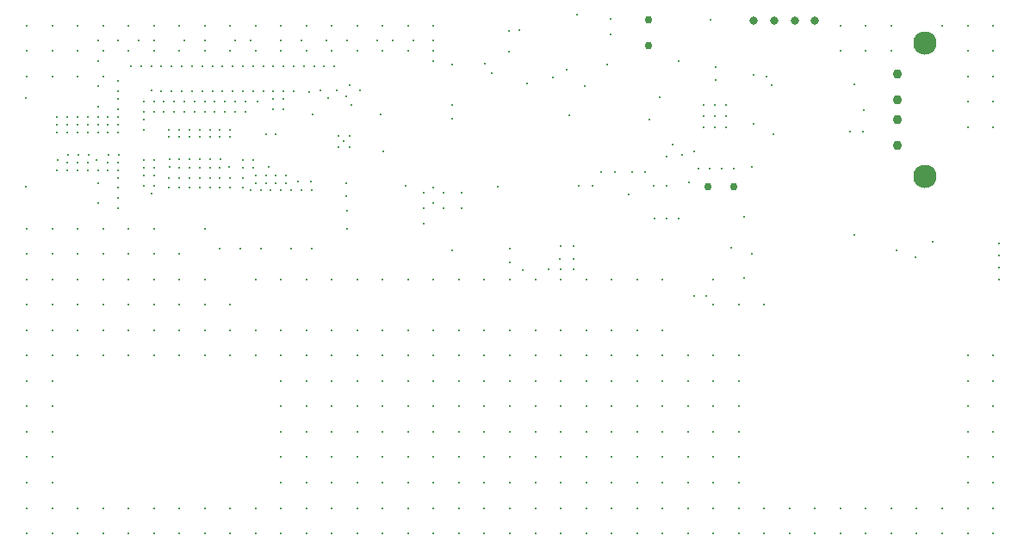
<source format=gbr>
%TF.GenerationSoftware,Altium Limited,Altium Designer,23.11.1 (41)*%
G04 Layer_Color=0*
%FSLAX45Y45*%
%MOMM*%
%TF.SameCoordinates,5A3C93BB-BC46-40EA-83D2-B686983C8B64*%
%TF.FilePolarity,Positive*%
%TF.FileFunction,Plated,1,4,PTH,Drill*%
%TF.Part,Single*%
G01*
G75*
%TA.AperFunction,ComponentDrill*%
%ADD86C,0.76200*%
%ADD87C,2.30000*%
%ADD88C,0.92000*%
%ADD89C,0.80000*%
%ADD90C,0.30000*%
%ADD91C,0.76200*%
%TA.AperFunction,ViaDrill,NotFilled*%
%ADD92C,0.30000*%
D86*
X6362500Y5302500D02*
D03*
Y5048500D02*
D03*
D87*
X9081000Y5077000D02*
D03*
Y3763000D02*
D03*
D88*
X8810000Y4520001D02*
D03*
Y4070000D02*
D03*
Y4320000D02*
D03*
Y4770000D02*
D03*
D89*
X7800000Y5295000D02*
D03*
X7400000D02*
D03*
X7600000D02*
D03*
X8000000D02*
D03*
D90*
X242500Y3662000D02*
D03*
Y4538000D02*
D03*
D91*
X7202500Y3662500D02*
D03*
X6948500D02*
D03*
D92*
X950000Y3700000D02*
D03*
Y3500000D02*
D03*
X2350000Y3050000D02*
D03*
X2150000D02*
D03*
X2550000D02*
D03*
X2850000D02*
D03*
X3050000D02*
D03*
X4250000Y3500000D02*
D03*
Y3650000D02*
D03*
Y4900000D02*
D03*
Y5100000D02*
D03*
X4050000D02*
D03*
X3850000D02*
D03*
X3700000D02*
D03*
X3400000D02*
D03*
X3200000D02*
D03*
X2950000D02*
D03*
X2750000D02*
D03*
X2450000D02*
D03*
X2300000D02*
D03*
X2000000D02*
D03*
X1800000D02*
D03*
X1500000D02*
D03*
X1350000D02*
D03*
X1150000D02*
D03*
X950000D02*
D03*
Y4900000D02*
D03*
Y4450000D02*
D03*
Y4650000D02*
D03*
X5630000Y2850000D02*
D03*
X5500000D02*
D03*
X5380000D02*
D03*
X5125000Y2845000D02*
D03*
X5000000Y2920000D02*
D03*
Y3050000D02*
D03*
X5495000Y2950000D02*
D03*
X5625000D02*
D03*
X4350000Y3450000D02*
D03*
Y3600000D02*
D03*
X4525000Y3450000D02*
D03*
Y3600000D02*
D03*
X3975000Y3675000D02*
D03*
X4150000Y3600000D02*
D03*
Y3450000D02*
D03*
Y3300000D02*
D03*
X3400000Y3250000D02*
D03*
Y3425000D02*
D03*
X2500000Y3700000D02*
D03*
X2600000D02*
D03*
X2150000Y3850000D02*
D03*
X1500000Y3775000D02*
D03*
Y3675000D02*
D03*
X2375000Y3750000D02*
D03*
Y3650000D02*
D03*
X2250000D02*
D03*
X2150000D02*
D03*
X2050000D02*
D03*
X1950000D02*
D03*
X1850000D02*
D03*
X1750000D02*
D03*
X1650000D02*
D03*
X3050000Y3625000D02*
D03*
X2950000D02*
D03*
X2850000D02*
D03*
X2750000D02*
D03*
X2650000D02*
D03*
X2550000D02*
D03*
X2450000D02*
D03*
X2250000Y3750000D02*
D03*
X2150000D02*
D03*
X2050000D02*
D03*
X1950000D02*
D03*
X1850000D02*
D03*
X1750000D02*
D03*
X1650000D02*
D03*
X2500000Y3775000D02*
D03*
X2600000D02*
D03*
X2700000Y3700000D02*
D03*
X2800000D02*
D03*
X2700000Y3775000D02*
D03*
X2800000D02*
D03*
X2375000Y3850000D02*
D03*
X2475000D02*
D03*
X1950000D02*
D03*
X2050000D02*
D03*
X1750000D02*
D03*
X1850000D02*
D03*
X2375000Y3925000D02*
D03*
X2475000D02*
D03*
X1400000Y3775000D02*
D03*
Y3675000D02*
D03*
X1150000Y3550000D02*
D03*
Y3450000D02*
D03*
Y3750000D02*
D03*
Y3650000D02*
D03*
Y4700000D02*
D03*
Y4600000D02*
D03*
Y4525000D02*
D03*
Y4425000D02*
D03*
X1400000Y4325000D02*
D03*
Y4225000D02*
D03*
X1500000Y3850000D02*
D03*
X1400000D02*
D03*
X1500000Y3925000D02*
D03*
X1400000D02*
D03*
X2700000Y4175000D02*
D03*
X2600000D02*
D03*
X2775000Y4425000D02*
D03*
Y4525000D02*
D03*
X2675000Y4425000D02*
D03*
Y4525000D02*
D03*
X2400000Y4400000D02*
D03*
Y4500000D02*
D03*
X2100000D02*
D03*
X2200000D02*
D03*
X2300000D02*
D03*
X2100000Y4400000D02*
D03*
X2200000D02*
D03*
X2300000D02*
D03*
X3275000Y4850000D02*
D03*
X3175000D02*
D03*
X3075000D02*
D03*
X2975000D02*
D03*
X2875000D02*
D03*
X2775000D02*
D03*
X2675000D02*
D03*
X2575000D02*
D03*
X2475000D02*
D03*
X2375000D02*
D03*
X2275000D02*
D03*
X2175000D02*
D03*
X2075000D02*
D03*
X1975000D02*
D03*
X1875000D02*
D03*
X1775000D02*
D03*
X1675000D02*
D03*
X1575000D02*
D03*
X1475000D02*
D03*
X1375000D02*
D03*
X1275000D02*
D03*
X2875000Y4600000D02*
D03*
X2775000D02*
D03*
X2675000D02*
D03*
X2575000D02*
D03*
X2475000D02*
D03*
X2375000D02*
D03*
X2275000D02*
D03*
X2000000Y4400000D02*
D03*
X1900000D02*
D03*
X1800000D02*
D03*
X1700000D02*
D03*
X1600000D02*
D03*
X1500000D02*
D03*
X1400000D02*
D03*
X2000000Y4500000D02*
D03*
X1900000D02*
D03*
X1800000D02*
D03*
X1700000D02*
D03*
X1600000D02*
D03*
X1500000D02*
D03*
X1400000D02*
D03*
X2175000Y4600000D02*
D03*
X2075000D02*
D03*
X1975000D02*
D03*
X1875000D02*
D03*
X1775000D02*
D03*
X1675000D02*
D03*
X1575000D02*
D03*
X1150000Y3900000D02*
D03*
X1050000D02*
D03*
X850000D02*
D03*
X750000D02*
D03*
X650000D02*
D03*
X550000Y3825000D02*
D03*
X650000D02*
D03*
X750000D02*
D03*
X850000D02*
D03*
X950000D02*
D03*
X1050000D02*
D03*
X1150000D02*
D03*
X550000Y4350000D02*
D03*
X650000D02*
D03*
X750000D02*
D03*
X850000D02*
D03*
X950000D02*
D03*
X1050000D02*
D03*
X1150000D02*
D03*
X550000Y4275000D02*
D03*
X650000D02*
D03*
X750000D02*
D03*
X850000D02*
D03*
X950000D02*
D03*
X1050000D02*
D03*
X1150000D02*
D03*
X657500Y3977500D02*
D03*
X757500D02*
D03*
X857500D02*
D03*
X1057500D02*
D03*
X1157500D02*
D03*
X1652500Y3935000D02*
D03*
X1752500D02*
D03*
X1852500D02*
D03*
X1952500D02*
D03*
X2052500D02*
D03*
X2152500D02*
D03*
X1650000Y4225000D02*
D03*
X1750000D02*
D03*
X1850000D02*
D03*
X1950000D02*
D03*
X2050000D02*
D03*
X2150000D02*
D03*
X2250000D02*
D03*
X1650000Y4150000D02*
D03*
X1750000D02*
D03*
X1850000D02*
D03*
X1950000D02*
D03*
X2050000D02*
D03*
X2150000D02*
D03*
X2250000D02*
D03*
X1150000Y4200000D02*
D03*
X1050000D02*
D03*
X950000D02*
D03*
X850000D02*
D03*
X750000D02*
D03*
X650000D02*
D03*
X550000D02*
D03*
X7000000Y2750000D02*
D03*
X6500000D02*
D03*
X6250000D02*
D03*
X6000000D02*
D03*
X5500000D02*
D03*
X5750000D02*
D03*
X5250000D02*
D03*
X5000000D02*
D03*
X4750000D02*
D03*
X4500000D02*
D03*
X4250000D02*
D03*
X4000000D02*
D03*
X3750000D02*
D03*
X3500000D02*
D03*
X3250000D02*
D03*
X3000000D02*
D03*
X2750000D02*
D03*
X2500000D02*
D03*
X7500000Y2500000D02*
D03*
X7250000D02*
D03*
X7000000D02*
D03*
X6500000Y2250000D02*
D03*
X6000000D02*
D03*
X6250000D02*
D03*
X5750000D02*
D03*
X5500000D02*
D03*
X5250000D02*
D03*
X5000000D02*
D03*
X4750000D02*
D03*
X4500000D02*
D03*
X4250000D02*
D03*
X4000000D02*
D03*
X3750000D02*
D03*
X3500000D02*
D03*
X3250000D02*
D03*
X2750000D02*
D03*
X3000000D02*
D03*
X2250000Y2500000D02*
D03*
X2500000Y2250000D02*
D03*
X2250000D02*
D03*
X2500000Y2000000D02*
D03*
X2250000D02*
D03*
X750000Y3250000D02*
D03*
X1000000D02*
D03*
X1250000D02*
D03*
X1500000D02*
D03*
X2000000D02*
D03*
X750000Y3000000D02*
D03*
X1000000D02*
D03*
X1250000D02*
D03*
X1500000D02*
D03*
X1750000D02*
D03*
X750000Y2750000D02*
D03*
X1000000D02*
D03*
X1250000D02*
D03*
X1500000D02*
D03*
X1750000D02*
D03*
X2000000D02*
D03*
X750000Y2500000D02*
D03*
X1000000D02*
D03*
X1250000D02*
D03*
X1500000D02*
D03*
X1750000D02*
D03*
X2000000D02*
D03*
X750000Y2250000D02*
D03*
X1000000D02*
D03*
X1250000D02*
D03*
X1500000D02*
D03*
X1750000D02*
D03*
X2000000D02*
D03*
Y2000000D02*
D03*
X1750000D02*
D03*
X1500000D02*
D03*
X1250000D02*
D03*
X1000000D02*
D03*
X750000D02*
D03*
X2750000Y1750000D02*
D03*
X3000000D02*
D03*
X3250000D02*
D03*
X3500000D02*
D03*
X3750000D02*
D03*
X4000000D02*
D03*
X4250000D02*
D03*
X4500000D02*
D03*
X4750000D02*
D03*
X5000000D02*
D03*
X5250000D02*
D03*
X5500000D02*
D03*
X5750000D02*
D03*
X6000000D02*
D03*
X6250000D02*
D03*
X6500000D02*
D03*
X6750000D02*
D03*
X7250000D02*
D03*
X7000000D02*
D03*
X2750000Y2000000D02*
D03*
X3000000D02*
D03*
X3250000D02*
D03*
X3500000D02*
D03*
X3750000D02*
D03*
X4000000D02*
D03*
X4250000D02*
D03*
X4500000D02*
D03*
X4750000D02*
D03*
X5000000D02*
D03*
X5250000D02*
D03*
X5750000D02*
D03*
X5500000D02*
D03*
X6000000D02*
D03*
X6250000D02*
D03*
X6500000D02*
D03*
X6750000D02*
D03*
X7000000D02*
D03*
X7250000D02*
D03*
X2750000Y1250000D02*
D03*
X3000000D02*
D03*
X3250000D02*
D03*
X3500000D02*
D03*
X3750000D02*
D03*
X4000000D02*
D03*
X4250000D02*
D03*
X4500000D02*
D03*
X4750000D02*
D03*
X5000000D02*
D03*
X5250000D02*
D03*
X5500000D02*
D03*
X5750000D02*
D03*
X6000000D02*
D03*
X6250000D02*
D03*
X6500000D02*
D03*
X6750000D02*
D03*
X7250000D02*
D03*
X7000000D02*
D03*
X2750000Y1500000D02*
D03*
X3000000D02*
D03*
X3250000D02*
D03*
X3500000D02*
D03*
X3750000D02*
D03*
X4000000D02*
D03*
X4250000D02*
D03*
X4500000D02*
D03*
X4750000D02*
D03*
X5000000D02*
D03*
X5250000D02*
D03*
X5750000D02*
D03*
X5500000D02*
D03*
X6000000D02*
D03*
X6250000D02*
D03*
X6500000D02*
D03*
X6750000D02*
D03*
X7000000D02*
D03*
X7250000D02*
D03*
X2750000Y750000D02*
D03*
X3000000D02*
D03*
X3250000D02*
D03*
X3500000D02*
D03*
X3750000D02*
D03*
X4000000D02*
D03*
X4250000D02*
D03*
X4500000D02*
D03*
X4750000D02*
D03*
X5000000D02*
D03*
X5250000D02*
D03*
X5500000D02*
D03*
X5750000D02*
D03*
X6000000D02*
D03*
X6250000D02*
D03*
X6500000D02*
D03*
X6750000D02*
D03*
X7250000D02*
D03*
X7000000D02*
D03*
X2750000Y1000000D02*
D03*
X3000000D02*
D03*
X3250000D02*
D03*
X3500000D02*
D03*
X3750000D02*
D03*
X4000000D02*
D03*
X4250000D02*
D03*
X4500000D02*
D03*
X4750000D02*
D03*
X5000000D02*
D03*
X5250000D02*
D03*
X5750000D02*
D03*
X5500000D02*
D03*
X6000000D02*
D03*
X6250000D02*
D03*
X6500000D02*
D03*
X6750000D02*
D03*
X7000000D02*
D03*
X7250000D02*
D03*
X8250000Y5000000D02*
D03*
X8500000D02*
D03*
X8750000D02*
D03*
X9500000D02*
D03*
Y4750000D02*
D03*
Y4500000D02*
D03*
Y4250000D02*
D03*
Y2000000D02*
D03*
Y1750000D02*
D03*
Y1500000D02*
D03*
Y1250000D02*
D03*
Y1000000D02*
D03*
Y750000D02*
D03*
Y500000D02*
D03*
X9250000D02*
D03*
X9000000D02*
D03*
X8750000D02*
D03*
X8500000D02*
D03*
X8250000D02*
D03*
X8000000D02*
D03*
X7500000D02*
D03*
X7750000D02*
D03*
X7250000D02*
D03*
X7000000D02*
D03*
X6750000D02*
D03*
X6500000D02*
D03*
X6250000D02*
D03*
X6000000D02*
D03*
X5500000D02*
D03*
X5750000D02*
D03*
X5250000D02*
D03*
X5000000D02*
D03*
X4750000D02*
D03*
X4500000D02*
D03*
X4250000D02*
D03*
X4000000D02*
D03*
X3750000D02*
D03*
X3500000D02*
D03*
X3250000D02*
D03*
X3000000D02*
D03*
X2750000D02*
D03*
X2500000D02*
D03*
X2250000D02*
D03*
X2000000D02*
D03*
X1750000D02*
D03*
X1500000D02*
D03*
X1250000D02*
D03*
X1000000D02*
D03*
X750000D02*
D03*
X500000D02*
D03*
Y750000D02*
D03*
Y1000000D02*
D03*
Y1250000D02*
D03*
Y1500000D02*
D03*
Y1750000D02*
D03*
Y2000000D02*
D03*
Y2250000D02*
D03*
Y2500000D02*
D03*
Y2750000D02*
D03*
Y3000000D02*
D03*
Y3250000D02*
D03*
X1000000Y4750000D02*
D03*
X4250000Y5000000D02*
D03*
X4000000D02*
D03*
X3750000D02*
D03*
X3500000D02*
D03*
X3250000D02*
D03*
X3000000D02*
D03*
X2750000D02*
D03*
X2500000D02*
D03*
X2250000D02*
D03*
X2000000D02*
D03*
X1750000D02*
D03*
X1500000D02*
D03*
X1250000D02*
D03*
X1000000D02*
D03*
X750000D02*
D03*
Y4750000D02*
D03*
X500000D02*
D03*
Y5000000D02*
D03*
X8250000Y5250000D02*
D03*
X8500000D02*
D03*
X8750000D02*
D03*
X9250000D02*
D03*
X9500000D02*
D03*
X9750000D02*
D03*
Y5000000D02*
D03*
Y4750000D02*
D03*
Y4500000D02*
D03*
Y4250000D02*
D03*
Y2000000D02*
D03*
Y1750000D02*
D03*
Y1500000D02*
D03*
Y1250000D02*
D03*
Y1000000D02*
D03*
Y750000D02*
D03*
Y500000D02*
D03*
Y250000D02*
D03*
X9500000D02*
D03*
X9250000D02*
D03*
X9000000D02*
D03*
X8750000D02*
D03*
X8500000D02*
D03*
X8250000D02*
D03*
X8000000D02*
D03*
X7750000D02*
D03*
X7500000D02*
D03*
X7000000D02*
D03*
X7250000D02*
D03*
X6750000D02*
D03*
X6500000D02*
D03*
X6250000D02*
D03*
X6000000D02*
D03*
X5750000D02*
D03*
X5500000D02*
D03*
X5250000D02*
D03*
X5000000D02*
D03*
X4750000D02*
D03*
X4500000D02*
D03*
X4250000D02*
D03*
X4000000D02*
D03*
X3750000D02*
D03*
X3500000D02*
D03*
X3250000D02*
D03*
X3000000D02*
D03*
X2750000D02*
D03*
X2500000D02*
D03*
X2250000D02*
D03*
X2000000D02*
D03*
X1750000D02*
D03*
X1500000D02*
D03*
X1250000D02*
D03*
X1000000D02*
D03*
X750000D02*
D03*
X500000D02*
D03*
X250000D02*
D03*
Y500000D02*
D03*
Y750000D02*
D03*
Y1000000D02*
D03*
Y1250000D02*
D03*
Y1500000D02*
D03*
Y1750000D02*
D03*
Y2000000D02*
D03*
Y2250000D02*
D03*
Y2500000D02*
D03*
Y2750000D02*
D03*
Y3000000D02*
D03*
Y3250000D02*
D03*
Y4750000D02*
D03*
X4250000Y5250000D02*
D03*
X4000000D02*
D03*
X3750000D02*
D03*
X3500000D02*
D03*
X3250000D02*
D03*
X3000000D02*
D03*
X2750000D02*
D03*
X2500000D02*
D03*
X2250000D02*
D03*
X2000000D02*
D03*
X1750000D02*
D03*
X1500000D02*
D03*
X1250000D02*
D03*
X1000000D02*
D03*
X750000D02*
D03*
X500000D02*
D03*
X250000Y5000000D02*
D03*
Y5250000D02*
D03*
X5090000Y5200000D02*
D03*
X5737357Y4649857D02*
D03*
X7590000Y4180000D02*
D03*
X3370000Y4110000D02*
D03*
X8805000Y3037500D02*
D03*
X9160000Y3122500D02*
D03*
X7382500Y3005000D02*
D03*
X6540000Y3957500D02*
D03*
X6172500Y3590000D02*
D03*
X6475000Y4540000D02*
D03*
X7392500Y4280000D02*
D03*
X4430000Y4865000D02*
D03*
X4755000Y4875000D02*
D03*
X5990000Y5315000D02*
D03*
Y5162500D02*
D03*
X3427500Y4657500D02*
D03*
X3030000Y4595000D02*
D03*
X6927500Y2587500D02*
D03*
X7377500Y3855000D02*
D03*
X6760000Y3702500D02*
D03*
X6815000Y2585000D02*
D03*
X6695000Y3972500D02*
D03*
X6812500Y4012500D02*
D03*
X6850000Y3837500D02*
D03*
X6965000D02*
D03*
X7082500D02*
D03*
X7202500D02*
D03*
X6661666Y3350000D02*
D03*
X6425000D02*
D03*
X6543333D02*
D03*
X9805000Y2986667D02*
D03*
Y3105000D02*
D03*
Y2868333D02*
D03*
Y2750000D02*
D03*
X8477500Y4415000D02*
D03*
X5587500Y4365000D02*
D03*
X7175000Y3057500D02*
D03*
X8390000Y3192500D02*
D03*
X8990000Y2967501D02*
D03*
X6657500Y4895000D02*
D03*
X6975000Y5302500D02*
D03*
X8387500Y4670000D02*
D03*
X8340000Y4207500D02*
D03*
X8470000D02*
D03*
X7300000Y3367500D02*
D03*
Y2767500D02*
D03*
X4432500Y3032500D02*
D03*
X4882501Y3660000D02*
D03*
X5630000Y3082500D02*
D03*
X5500000D02*
D03*
X6540000Y3667500D02*
D03*
X6410000D02*
D03*
X5810000D02*
D03*
X5680000D02*
D03*
X5900000Y3802500D02*
D03*
X6030000D02*
D03*
X6200000D02*
D03*
X6330000D02*
D03*
X6600000Y4077500D02*
D03*
X5562500Y4815000D02*
D03*
X5960000Y4867500D02*
D03*
X5657500Y5355000D02*
D03*
X5420000Y4737500D02*
D03*
X5170000Y4677500D02*
D03*
X4987500Y5195000D02*
D03*
X4987500Y4995000D02*
D03*
X4820000Y4782500D02*
D03*
X4432500Y4335000D02*
D03*
Y4465000D02*
D03*
X3395000Y3570000D02*
D03*
Y3700000D02*
D03*
X557500Y3922500D02*
D03*
X940000Y3922500D02*
D03*
X1477500Y3597500D02*
D03*
Y4610000D02*
D03*
X1652500Y3857500D02*
D03*
X3045000Y3712500D02*
D03*
X2915000D02*
D03*
X2242500Y3857500D02*
D03*
X2625000D02*
D03*
X2520000Y4497500D02*
D03*
X3060000Y4372500D02*
D03*
X3757500Y4012500D02*
D03*
X3730000Y4370000D02*
D03*
X3442500Y4470000D02*
D03*
X3530000Y4615000D02*
D03*
X3390000Y4550000D02*
D03*
X3135000Y4615000D02*
D03*
X3217500Y4537500D02*
D03*
X3295000Y4615000D02*
D03*
X7027500Y4840000D02*
D03*
X7020000Y4712500D02*
D03*
X7400000Y4762500D02*
D03*
X7520000Y4747500D02*
D03*
X7577500Y4657500D02*
D03*
X6375000Y4322500D02*
D03*
X7125000Y4245000D02*
D03*
X7015000D02*
D03*
X6905000D02*
D03*
X7125000Y4355000D02*
D03*
X7015000D02*
D03*
X6905000D02*
D03*
X7125000Y4465000D02*
D03*
X7015000D02*
D03*
X6905000D02*
D03*
X3425000Y4165000D02*
D03*
Y4055000D02*
D03*
X3315000Y4165000D02*
D03*
Y4055000D02*
D03*
%TF.MD5,47fbee7929dc87063528ac258797478a*%
M02*

</source>
